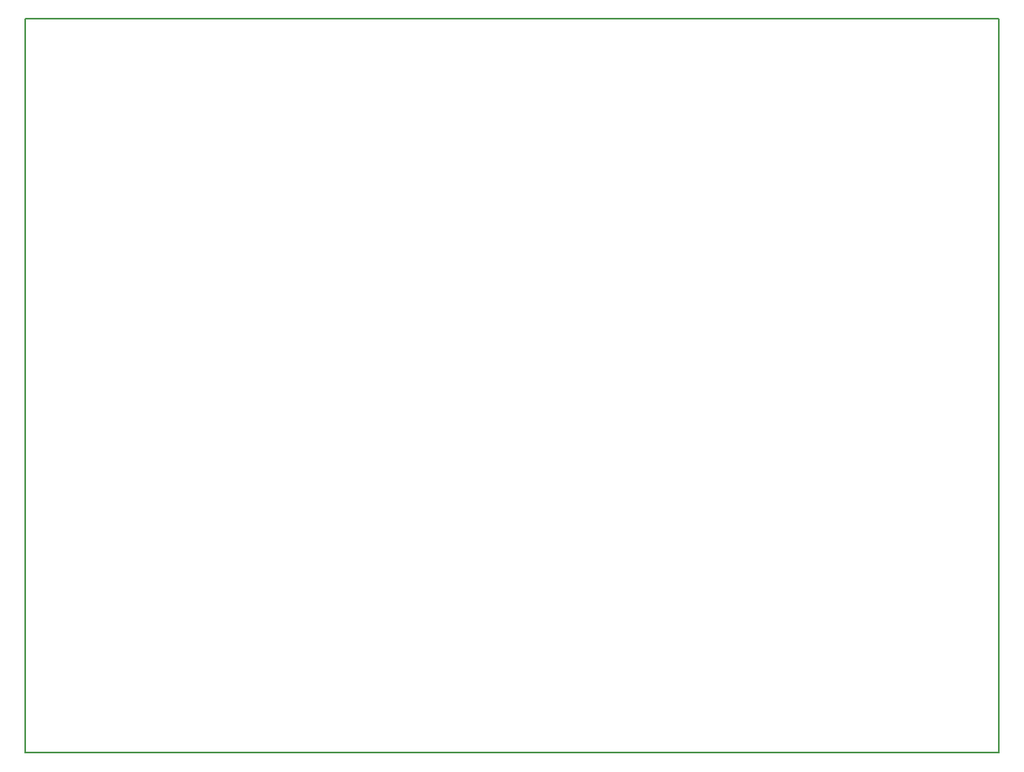
<source format=gbr>
G04 #@! TF.FileFunction,Profile,NP*
%FSLAX46Y46*%
G04 Gerber Fmt 4.6, Leading zero omitted, Abs format (unit mm)*
G04 Created by KiCad (PCBNEW 4.0.4-stable) date 01/26/18 16:24:35*
%MOMM*%
%LPD*%
G01*
G04 APERTURE LIST*
%ADD10C,0.100000*%
%ADD11C,0.150000*%
G04 APERTURE END LIST*
D10*
D11*
X13462000Y-13462000D02*
X13589000Y-13462000D01*
X13462000Y-90043000D02*
X13462000Y-13462000D01*
X114935000Y-90043000D02*
X13462000Y-90043000D01*
X114935000Y-13462000D02*
X114935000Y-90043000D01*
X13589000Y-13462000D02*
X114935000Y-13462000D01*
X13589000Y-13462000D02*
X99695000Y-13462000D01*
M02*

</source>
